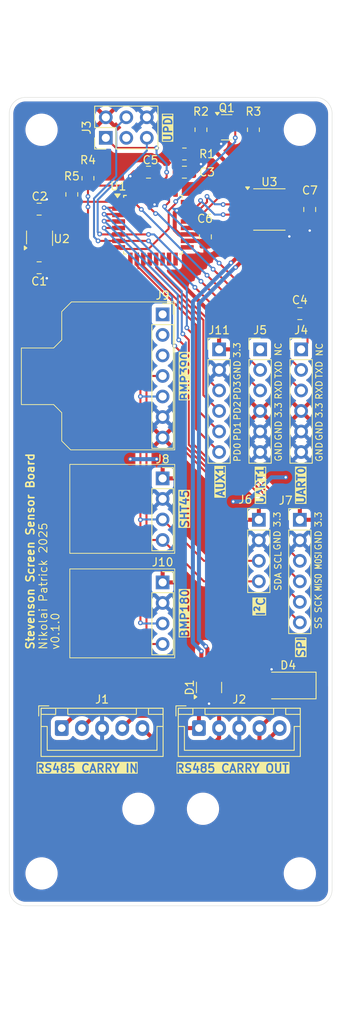
<source format=kicad_pcb>
(kicad_pcb
	(version 20241229)
	(generator "pcbnew")
	(generator_version "9.0")
	(general
		(thickness 1.6)
		(legacy_teardrops no)
	)
	(paper "A4")
	(title_block
		(title "Stevenson Screen Sensor Board")
		(date "2025-04-26")
		(rev "v0.1.0")
		(company "Artichoke Technologies")
	)
	(layers
		(0 "F.Cu" signal)
		(2 "B.Cu" signal)
		(9 "F.Adhes" user "F.Adhesive")
		(11 "B.Adhes" user "B.Adhesive")
		(13 "F.Paste" user)
		(15 "B.Paste" user)
		(5 "F.SilkS" user "F.Silkscreen")
		(7 "B.SilkS" user "B.Silkscreen")
		(1 "F.Mask" user)
		(3 "B.Mask" user)
		(17 "Dwgs.User" user "User.Drawings")
		(19 "Cmts.User" user "User.Comments")
		(21 "Eco1.User" user "User.Eco1")
		(23 "Eco2.User" user "User.Eco2")
		(25 "Edge.Cuts" user)
		(27 "Margin" user)
		(31 "F.CrtYd" user "F.Courtyard")
		(29 "B.CrtYd" user "B.Courtyard")
		(35 "F.Fab" user)
		(33 "B.Fab" user)
		(39 "User.1" user)
		(41 "User.2" user)
		(43 "User.3" user)
		(45 "User.4" user)
	)
	(setup
		(pad_to_mask_clearance 0)
		(allow_soldermask_bridges_in_footprints no)
		(tenting front back)
		(grid_origin 128 43)
		(pcbplotparams
			(layerselection 0x00000000_00000000_55555555_5755f5ff)
			(plot_on_all_layers_selection 0x00000000_00000000_00000000_00000000)
			(disableapertmacros no)
			(usegerberextensions no)
			(usegerberattributes yes)
			(usegerberadvancedattributes yes)
			(creategerberjobfile yes)
			(dashed_line_dash_ratio 12.000000)
			(dashed_line_gap_ratio 3.000000)
			(svgprecision 4)
			(plotframeref no)
			(mode 1)
			(useauxorigin no)
			(hpglpennumber 1)
			(hpglpenspeed 20)
			(hpglpendiameter 15.000000)
			(pdf_front_fp_property_popups yes)
			(pdf_back_fp_property_popups yes)
			(pdf_metadata yes)
			(pdf_single_document no)
			(dxfpolygonmode yes)
			(dxfimperialunits yes)
			(dxfusepcbnewfont yes)
			(psnegative no)
			(psa4output no)
			(plot_black_and_white yes)
			(sketchpadsonfab no)
			(plotpadnumbers no)
			(hidednponfab no)
			(sketchdnponfab yes)
			(crossoutdnponfab yes)
			(subtractmaskfromsilk no)
			(outputformat 1)
			(mirror no)
			(drillshape 1)
			(scaleselection 1)
			(outputdirectory "")
		)
	)
	(net 0 "")
	(net 1 "GND")
	(net 2 "VCC")
	(net 3 "+3.3V")
	(net 4 "/4808_RESET")
	(net 5 "Net-(J4-Pin_1)")
	(net 6 "/RS485_A")
	(net 7 "/RS485_B")
	(net 8 "/WAKEUP_IO")
	(net 9 "/WAKEUP_EXT")
	(net 10 "/UPDI")
	(net 11 "unconnected-(J3-Pin_3-Pad3)")
	(net 12 "Net-(Q1-G)")
	(net 13 "unconnected-(J5-Pin_1-Pad1)")
	(net 14 "/4808_I2C_SCL")
	(net 15 "/4808_I2C_SDA")
	(net 16 "/4808_SPI_MISO")
	(net 17 "/4808_SPI_SS")
	(net 18 "/4808_SPI_MOSI")
	(net 19 "/4808_SPI_SCK")
	(net 20 "/BMP390_INT")
	(net 21 "/4808_PD1")
	(net 22 "/4808_PD2")
	(net 23 "/4808_PD3")
	(net 24 "/4808_PD6")
	(net 25 "/4808_PD7")
	(net 26 "/4808_PD0")
	(net 27 "/4808_PD4")
	(net 28 "/4808_PD5")
	(net 29 "/4808_UART1_TXD")
	(net 30 "/4808_UART1_RXD")
	(net 31 "/RS485_DE")
	(net 32 "/4808_UART0_TXD")
	(net 33 "unconnected-(U1-PF5-Pad25)")
	(net 34 "unconnected-(U1-PC3-Pad9)")
	(net 35 "/4808_UART2_RXD")
	(net 36 "/RS485_RE")
	(net 37 "/4808_UART0_RXD")
	(net 38 "/4808_UART2_TXD")
	(net 39 "unconnected-(U1-PF4-Pad24)")
	(net 40 "unconnected-(U2-NC-Pad4)")
	(net 41 "unconnected-(J9-Pin_3-Pad3)")
	(net 42 "unconnected-(J9-Pin_2-Pad2)")
	(footprint "Connector_PinHeader_2.54mm:PinHeader_1x04_P2.54mm_Vertical" (layer "F.Cu") (at 158.92 95.25))
	(footprint "Diode_SMD:D_SMA" (layer "F.Cu") (at 162.5 115.75 180))
	(footprint "Package_TO_SOT_SMD:SOT-23" (layer "F.Cu") (at 154.9375 46.7))
	(footprint "Connector_PinHeader_2.54mm:PinHeader_1x06_P2.54mm_Vertical" (layer "F.Cu") (at 164.16 74.17))
	(footprint "Capacitor_SMD:C_0805_2012Metric" (layer "F.Cu") (at 149.7 52.25))
	(footprint "Connector_JST:JST_XH_B5B-XH-A_1x05_P2.50mm_Vertical" (layer "F.Cu") (at 151.5 121.02))
	(footprint "Resistor_SMD:R_0805_2012Metric" (layer "F.Cu") (at 149.7 50 180))
	(footprint "Connector_PinHeader_2.54mm:PinHeader_2x03_P2.54mm_Vertical" (layer "F.Cu") (at 139.96 48 90))
	(footprint "Capacitor_SMD:C_0805_2012Metric" (layer "F.Cu") (at 131.7 56.825 180))
	(footprint "MountingHole:MountingHole_3.5mm" (layer "F.Cu") (at 164 47))
	(footprint "Connector_PinSocket_2.54mm:PinSocket_1x04_P2.54mm_Vertical" (layer "F.Cu") (at 147 90.13))
	(footprint "MountingHole:MountingHole_3.5mm" (layer "F.Cu") (at 152 131))
	(footprint "Capacitor_SMD:C_0805_2012Metric" (layer "F.Cu") (at 165.225 56.865 -90))
	(footprint "Connector_PinHeader_2.54mm:PinHeader_1x06_P2.54mm_Vertical" (layer "F.Cu") (at 159.08 74.17))
	(footprint "Connector_PinSocket_2.54mm:PinSocket_1x07_P2.54mm_Vertical" (layer "F.Cu") (at 147 69.84))
	(footprint "Resistor_SMD:R_0805_2012Metric" (layer "F.Cu") (at 137.75 53 -90))
	(footprint "MountingHole:MountingHole_3.5mm" (layer "F.Cu") (at 164 139))
	(footprint "Connector_PinHeader_2.54mm:PinHeader_1x06_P2.54mm_Vertical" (layer "F.Cu") (at 154 74.17))
	(footprint "Connector_PinSocket_2.54mm:PinSocket_1x04_P2.54mm_Vertical" (layer "F.Cu") (at 147 103))
	(footprint "Capacitor_SMD:C_0805_2012Metric" (layer "F.Cu") (at 145.25 52.25 180))
	(footprint "Capacitor_SMD:C_0805_2012Metric" (layer "F.Cu") (at 152.3 60.25 90))
	(footprint "Package_TO_SOT_SMD:SOT-23-5_HandSoldering" (layer "F.Cu") (at 131.75 60.425 90))
	(footprint "MountingHole:MountingHole_3.5mm" (layer "F.Cu") (at 132 139))
	(footprint "Capacitor_SMD:C_0805_2012Metric" (layer "F.Cu") (at 131.7 64.075 180))
	(footprint "Connector_JST:JST_XH_B5B-XH-A_1x05_P2.50mm_Vertical" (layer "F.Cu") (at 134.5 121.02))
	(footprint "Package_TO_SOT_SMD:SOT-23" (layer "F.Cu") (at 152.75 116 90))
	(footprint "Package_QFP:TQFP-32_7x7mm_P0.8mm" (layer "F.Cu") (at 145.8 58.75))
	(footprint "Resistor_SMD:R_0805_2012Metric" (layer "F.Cu") (at 158.25 47 90))
	(footprint "MountingHole:MountingHole_3.5mm" (layer "F.Cu") (at 144 131))
	(footprint "Capacitor_SMD:C_0805_2012Metric" (layer "F.Cu") (at 164 69.75))
	(footprint "Resistor_SMD:R_0805_2012Metric" (layer "F.Cu") (at 151.75 47 90))
	(footprint "MountingHole:MountingHole_3.5mm" (layer "F.Cu") (at 132 47))
	(footprint "Resistor_SMD:R_0805_2012Metric" (layer "F.Cu") (at 135.75 55 -90))
	(footprint "Package_SO:SOIC-8_3.9x4.9mm_P1.27mm" (layer "F.Cu") (at 160.225 56.865))
	(footprint "Connector_PinHeader_2.54mm:PinHeader_1x06_P2.54mm_Vertical" (layer "F.Cu") (at 164 95.25))
	(gr_line
		(start 148.5 86.6)
		(end 148.5 68.3)
		(stroke
			(width 0.1)
			(type default)
		)
		(layer "F.SilkS")
		(uuid "19236de4-9483-4fef-9452-750c0f185aa1")
	)
	(gr_line
		(start 134.5 82)
		(end 133.5 81)
		(stroke
			(width 0.1)
			(type default)
		)
		(layer "F.SilkS")
		(uuid "3b5f1e18-10ff-4c2d-abcb-86ea89e308c7")
	)
	(gr_line
		(start 133.5 74)
		(end 134.5 73)
		(stroke
			(width 0.1)
			(type default)
		)
		(layer "F.SilkS")
		(uuid "45892b89-2f6f-4907-8d71-9eaa296f2416")
	)
	(gr_line
		(start 134.5 69.5)
		(end 135.7 68.3)
		(stroke
			(width 0.1)
			(type default)
		)
		(layer "F.SilkS")
		(uuid "4a1d40f9-d0b6-4679-8ff0-68e6e0dcc77b")
	)
	(gr_line
		(start 148.5 99.4)
		(end 148.5 88.4)
		(stroke
			(width 0.1)
			(type default)
		)
		(layer "F.SilkS")
		(uuid "4eadabf2-d8e8-4db0-8aca-8c610c11c740")
	)
	(gr_line
		(start 148.5 112.33)
		(end 135.5 112.33)
		(stroke
			(width 0.1)
			(type default)
		)
		(layer "F.SilkS")
		(uuid "60b5d3f0-cfff-498b-a472-7e4aa6cefeec")
	)
	(gr_line
		(start 129.5 74)
		(end 133.5 74)
		(stroke
			(width 0.1)
			(type default)
		)
		(layer "F.SilkS")
		(uuid "65a535c6-14b6-4b47-a576-f011dfd903b2")
	)
	(gr_line
		(start 133.5 81)
		(end 129.5 81)
		(stroke
			(width 0.1)
			(type default)
		)
		(layer "F.SilkS")
		(uuid "6949e7ba-df47-46e9-b23f-8b408e660a0b")
	)
	(gr_line
		(start 148.5 112.33)
		(end 148.5 101.33)
		(stroke
			(width 0.1)
			(type default)
		)
		(layer "F.SilkS")
		(uuid "a70b76c6-d505-4dd0-9229-1bc32723bbeb")
	)
	(gr_line
		(start 148.5 99.4)
		(end 135.5 99.4)
		(stroke
			(width 0.1)
			(type default)
		)
		(layer "F.SilkS")
		(uuid "bd63e6f5-a9cc-4595-9679-1d58bfaa45a5")
	)
	(gr_line
		(start 129.5 81)
		(end 129.5 74)
		(stroke
			(width 0.1)
			(type default)
		)
		(layer "F.SilkS")
		(uuid "c7f4fd39-df4f-4749-8c0a-9f74e6f85dd5")
	)
	(gr_line
		(start 135.5 112.33)
		(end 135.5 101.33)
		(stroke
			(width 0.1)
			(type default)
		)
		(layer "F.SilkS")
		(uuid "c834616d-368d-4acf-9666-d4910d76c9d9")
	)
	(gr_line
		(start 135.6 86.6)
		(end 134.5 85.5)
		(stroke
			(width 0.1)
			(type default)
		)
		(layer "F.SilkS")
		(uuid "ca118484-95e9-479a-bf61-e1724d82b484")
	)
	(gr_line
		(start 148.5 88.4)
		(end 135.5 88.4)
		(stroke
			(width 0.1)
			(type default)
		)
		(layer "F.SilkS")
		(uuid "ca12725a-3cf9-4d5e-9cc5-0c7051f1ecef")
	)
	(gr_line
		(start 135.5 99.4)
		(end 135.5 88.4)
		(stroke
			(width 0.1)
			(type default)
		)
		(layer "F.SilkS")
		(uuid "d5670ed5-2607-4f31-89a4-49a1e109b28c")
	)
	(gr_line
		(start 148.5 101.33)
		(end 135.5 101.33)
		(stroke
			(width 0.1)
			(type default)
		)
		(layer "F.SilkS")
		(uuid "d9e35d32-db58-41b5-9229-967e279e15a4")
	)
	(gr_line
		(start 135.6 86.6)
		(end 148.5 86.6)
		(stroke
			(width 0.1)
			(type default)
		)
		(layer "F.SilkS")
		(uuid "dde01d5d-15ec-4986-82f1-789fbf49f352")
	)
	(gr_line
		(start 134.5 82)
		(end 134.5 85.5)
		(stroke
			(width 0.1)
			(type default)
		)
		(layer "F.SilkS")
		(uuid "e3fbd1e5-9171-4622-9023-410a6670f2dc")
	)
	(gr_line
		(start 148.5 68.3)
		(end 135.7 68.3)
		(stroke
			(width 0.1)
			(type default)
		)
		(layer "F.SilkS")
		(uuid "f0d6b755-13e4-4ea9-afa0-3c83fba3aeb1")
	)
	(gr_line
		(start 134.5 73)
		(end 134.5 69.5)
		(stroke
			(width 0.1)
			(type default)
		)
		(layer "F.SilkS")
		(uuid "faabaae2-0a5a-4829-8c31-1887be9ab4e3")
	)
	(gr_line
		(start 148 132.75)
		(end 148 31)
		(stroke
			(width 0.1)
			(type default)
		)
		(layer "Dwgs.User")
		(uuid "9116bbf7-2e73-41d3-9116-aee35bfeec12")
	)
	(gr_line
		(start 128 148)
		(end 148 148)
		(stroke
			(width 0.1)
			(type default)
		)
		(layer "Dwgs.User")
		(uuid "ac937e93-0bea-4490-84ff-c6ec9fb39350")
	)
	(gr_line
		(start 168 143)
		(end 147.75 143)
		(stroke
			(width 0.1)
			(type default)
		)
		(layer "Dwgs.User")
		(uuid "f32ddbd3-e5d6-4f68-904b-47f7ce327182")
	)
	(gr_arc
		(start 168 141)
		(mid 167.414214 142.414214)
		(end 166 143)
		(stroke
			(width 0.05)
			(type default)
		)
		(layer "Edge.Cuts")
		(uuid "422129f9-4cd6-4e8c-8e7b-63a60b7bb563")
	)
	(gr_arc
		(start 130 143)
		(mid 128.585786 142.414214)
		(end 128 141)
		(stroke
			(width 0.05)
			(type default)
		)
		(layer "Edge.Cuts")
		(uuid "4bf6a6fd-1416-4b01-9962-0c9716b74757")
	)
	(gr_arc
		(start 166 43)
		(mid 167.414214 43.585786)
		(end 168 45)
		(stroke
			(width 0.05)
			(type default)
		)
		(layer "Edge.Cuts")
		(uuid "590a01b4-2f5b-4b0e-9dd4-62244f66b7be")
	)
	(gr_line
		(start 168 45)
		(end 168 141)
		(stroke
			(width 0.05)
			(type default)
		)
		(layer "Edge.Cuts")
		(uuid "5bb10911-f7ed-42cf-9bf6-8c92b5c18939")
	)
	(gr_line
		(start 166 143)
		(end 130 143)
		(stroke
			(width 0.05)
			(type default)
		)
		(layer "Edge.Cuts")
		(uuid "aee8c6a7-3536-4103-b55b-df55e3547a49")
	)
	(gr_arc
		(start 128 45)
		(mid 128.585786 43.585786)
		(end 130 43)
		(stroke
			(width 0.05)
			(type default)
		)
		(layer "Edge.Cuts")
		(uuid "b7793f87-add5-4308-b15d-12f4c964c051")
	)
	(gr_line
		(start 128 141)
		(end 128 45)
		(stroke
			(width 0.05)
			(type default)
		)
		(layer "Edge.Cuts")
		(uuid "ec473193-0a61-4905-9254-a653c9e7c4d8")
	)
	(gr_line
		(start 130 43)
		(end 166 43)
		(stroke
			(width 0.05)
			(type default)
		)
		(layer "Edge.Cuts")
		(uuid "f9cd7cdd-b627-4a20-89dd-e43f41e92858")
	)
	(gr_text "GND"
		(at 156.25 76.75 90)
		(layer "F.SilkS")
		(uuid "06259299-8376-414d-ab05-4622382f40b5")
		(effects
			(font
				(size 0.8 0.8)
				(thickness 0.125)
			)
		)
	)
	(gr_text "GND"
		(at 161.2 97.8 90)
		(layer "F.SilkS")
		(uuid "0631bad4-12df-4dcd-a986-fd31dcc08a03")
		(effects
			(font
				(size 0.8 0.8)
				(thickness 0.125)
			)
		)
	)
	(gr_text "GND"
		(at 166.4 84.25 90)
		(layer "F.SilkS")
		(uuid "0662f1b0-2aab-4bc5-9cb4-6d6ec6f5d470")
		(effects
			(font
				(size 0.8 0.8)
				(thickness 0.125)
			)
		)
	)
	(gr_text "RXD"
		(at 161.35 79.17 90)
		(layer "F.SilkS")
		(uuid "071bddb6-8428-4714-9815-bb99a3b1d81d")
		(effects
			(font
				(size 0.8 0.8)
				(thickness 0.125)
			)
		)
	)
	(gr_text "3.3"
		(at 161.35 81.67 90)
		(layer "F.SilkS")
		(uuid "09c08a8f-a776-4e87-9c97-a3f3880b38c3")
		(effects
			(font
				(size 0.8 0.8)
				(thickness 0.125)
			)
		)
	)
	(gr_text "GND"
		(at 166.4 86.85 90)
		(layer "F.SilkS")
		(uuid "0bc59e92-239f-4166-b022-f396932befeb")
		(effects
			(font
				(size 0.8 0.8)
				(thickness 0.125)
			)
		)
	)
	(gr_text "Stevenson Screen Sensor Board"
		(at 130.6 111.4 90)
		(layer "F.SilkS")
		(uuid "0c7aa057-fde8-41fe-be77-f6e6570ac09c")
		(effects
			(font
				(size 1 1)
				(thickness 0.2)
				(bold yes)
			)
			(justify left)
		)
	)
	(gr_text "PD1"
		(at 156.25 84.3 90)
		(layer "F.SilkS")
		(uuid "1716847c-dc41-45d7-bc39-6e8a9bffa4bc")
		(effects
			(font
				(size 0.8 0.8)
				(thickness 0.125)
			)
		)
	)
	(gr_text "BMP180"
		(at 149.75 106.83 90)
		(layer "F.SilkS" knockout)
		(uuid "1c24b6ba-c7cc-4549-a84d-2ca4e5a3d66d")
		(effects
			(font
				(size 1 1)
				(thickness 0.2)
				(bold yes)
			)
		)
	)
	(gr_text "3.3"
		(at 166.4 81.7 90)
		(layer "F.SilkS")
		(uuid "1ec0a867-3eb4-42d3-837e-323dc43e87d9")
		(effects
			(font
				(size 0.8 0.8)
				(thickness 0.125)
			)
		)
	)
	(gr_text "3.3"
		(at 156.7 74.25 90)
		(layer "F.SilkS")
		(uuid "2911fd6e-414f-4e14-96f5-9ee2333ac309")
		(effects
			(font
				(size 0.8 0.8)
				(thickness 0.125)
			)
			(justify bottom)
		)
	)
	(gr_text "3.3"
		(at 161.2 95.2 90)
		(layer "F.SilkS")
		(uuid "35b5661a-e0b8-4863-b1ec-98629582f095")
		(effects
			(font
				(size 0.8 0.8)
				(thickness 0.125)
			)
		)
	)
	(gr_text "NC"
		(at 161.8 74.17 90)
		(layer "F.SilkS")
		(uuid "3633fe49-db21-47d3-818e-685955697730")
		(effects
			(font
				(size 0.8 0.8)
				(thickness 0.125)
			)
			(justify bottom)
		)
	)
	(gr_text "MISO"
		(at 166.3 103 90)
		(layer "F.SilkS")
		(uuid "526b011b-da49-4b46-a89b-6e6474142f36")
		(effects
			(font
				(size 0.8 0.6)
				(thickness 0.125)
			)
		)
	)
	(gr_text "RS485 CARRY IN"
		(at 137.65 126 0)
		(layer "F.SilkS" knockout)
		(uuid "68bc2e81-b6df-4b26-a320-b300e4f2cbad")
		(effects
			(font
				(size 1 1)
				(thickness 0.2)
				(bold yes)
			)
		)
	)
	(gr_text "MOSI"
		(at 166.3 100.3 90)
		(layer "F.SilkS")
		(uuid "756c3dcb-ec1c-440c-a442-8a35c5472a75")
		(effects
			(font
				(size 0.8 0.6)
				(thickness 0.125)
			)
		)
	)
	(gr_text "SCL"
		(at 161.3 100.3 90)
		(layer "F.SilkS")
		(uuid "7a0e4011-68c2-4259-9326-96b434396893")
		(effects
			(font
				(size 0.8 0.8)
				(thickness 0.125)
			)
		)
	)
	(gr_text "SHT45"
		(at 149.75 93.9 90)
		(layer "F.SilkS" knockout)
		(uuid "8137ee67-3b6c-45cf-be0a-af94d0018b03")
		(effects
			(font
				(size 1 1)
				(thickness 0.2)
				(bold yes)
			)
		)
	)
	(gr_text "v0.1.0"
		(at 133.7 111.4 90)
		(layer "F.SilkS")
		(uuid "81868112-6be6-4d01-8dd7-d02f931b1cbd")
		(effects
			(font
				(size 1 1)
				(thickness 0.125)
			)
			(justify left)
		)
	)
	(gr_text "PD2"
		(at 156.25 81.75 90)
		(layer "F.SilkS")
		(uuid "843defc2-248e-4614-92fe-cb888128fe21")
		(effects
			(font
				(size 0.8 0.8)
				(thickness 0.125)
			)
		)
	)
	(gr_text "GND"
		(at 161.35 86.82 90)
		(layer "F.SilkS")
		(uuid "869631e2-4bcf-48e8-a097-00ef38bf1c5f")
		(effects
			(font
				(size 0.8 0.8)
				(thickness 0.125)
			)
		)
	)
	(gr_text "RXD"
		(at 166.4 79.2 90)
		(layer "F.SilkS")
		(uuid "87cbb920-a290-44ce-bd07-0fcb265882cd")
		(effects
			(font
				(size 0.8 0.8)
				(thickness 0.125)
			)
		)
	)
	(gr_text "Nikolai Patrick 2025"
		(at 132.2 111.4 90)
		(layer "F.SilkS")
		(uuid "b4689062-60e1-473a-af42-fe45d83ff9df")
		(effects
			(font
				(size 1 1)
				(thickness 0.125)
			)
			(justify left)
		)
	)
	(gr_text "SCK"
		(at 166.3 105.6 90)
		(layer "F.SilkS")
		(uuid "b6dc5bd7-7549-4416-88da-7e804dc9c6d9")
		(effects
			(font
				(size 0.8 0.8)
				(thickness 0.125)
			)
		)
	)
	(gr_text "SPI"
		(at 164.75 111 90)
		(layer "F.SilkS" knockout)
		(uuid "b94cbf19-f458-47ef-abdd-264e9e164454")
		(effects
			(font
				(size 1 1)
				(thickness 0.2)
				(bold yes)
			)
			(justify bottom)
		)
	)
	(gr_text "UPDI"
		(at 148.25 46.75 90)
		(layer "F.SilkS" knockout)
		(uuid "ba5bb5c4-2292-41ae-b052-3e66d838aaad")
		(effects
			(font
				(size 1 1)
				(thickness 0.2)
				(bold yes)
			)
			(justify bottom)
		)
	)
	(gr_text "AUX1"
		(at 154.75 90.5 90)
		(layer "F.SilkS" knockout)
		(uuid "ba6fe7c2-07dd-4c48-9448-f83565fd66fe")
		(effects
			(font
				(size 1 1)
				(thickness 0.2)
				(bold yes)
			)
			(justify bottom)
		)
	)
	(gr_text "GND"
		(at 166.3 97.8 90)
		(layer "F.SilkS")
		(uuid "be2b1fee-19d2-41a0-8695-c05c24495b4e")
		(effects
			(font
				(size 0.8 0.8)
				(thickness 0.125)
			)
		)
	)
	(gr_text "TXD"
		(at 161.35 76.67 90)
		(layer "F.SilkS")
		(uuid "c3b30129-c5fe-4958-a3ab-e811dd954e4d")
		(effects
			(font
				(size 0.8 0.8)
				(thickness 0.125)
			)
		)
	)
	(gr_text "3.3"
		(at 166.3 95.2 90)
		(layer "F.SilkS")
		(uuid "c8ad7e8f-5085-43da-b3a4-9899e6c4fb14")
		(effects
			(font
				(size 0.8 0.8)
				(thickness 0.125)
			)
		)
	)
	(gr_text "RS485 CARRY OUT"
		(at 155.65 126 0)
		(layer "F.SilkS" knockout)
		(uuid "d84df951-6836-4a98-aaec-c777cffd1521")
		(effects
			(font
				(size 1 1)
				(thickness 0.2)
				(bold yes)
			)
		)
	)
	(gr_text "BMP390"
		(at 149.75 77.5 90)
		(layer "F.SilkS" knockout)
		(uuid "dfbd1be3-0246-4f5f-a49d-78e1bacc199c")
		(effects
			(font
				(size 1 1)
				(thickness 0.2)
				(bold yes)
			)
		)
	)
	(gr_text "SDA"
		(at 161.3 102.9 90)
		(layer "F.SilkS")
		(uuid "e0796ef4-b95e-4d16-ac3c-37780737b7f7")
		(effects
			(font
				(size 0.8 0.8)
				(thickness 0.125)
			)
		)
	)
	(gr_text "UART0\n"
		(at 164.75 91 90)
		(layer "F.SilkS" knockout)
		(uuid "e8132df4-9b11-41c6-ac06-d5d32ce02a93")
		(effects
			(font
				(size 1 1)
				(thickness 0.2)
				(bold yes)
			)
			(justify bottom)
		)
	)
	(gr_text "I²C"
		(at 159.75 106 90)
		(layer "F.SilkS" knockout)
		(uuid "e838814e-e83c-457f-925e-c0a1b8f46332")
		(effects
			(font
				(size 1 1)
				(thickness 0.2)
				(bold yes)
			)
			(justify bottom)
		)
	)
	(gr_text "PD0"
		(at 156.25 86.9 90)
		(layer "F.SilkS")
		(uuid "e8c6ce80-f6c2-45c0-87d4-cc8ed59eb63b")
		(effects
			(font
				(size 0.8 0.8)
				(thickness 0.125)
			)
		)
	)
	(gr_text "PD3"
		(at 156.25 79.25 90)
		(layer "F.SilkS")
		(uuid "eb3287cd-39cb-409a-9299-4af8be22ab52")
		(effects
			(font
				(size 0.8 0.8)
				(thickness 0.125)
			)
		)
	)
	(gr_text "NC"
		(at 166.9 74.2 90)
		(layer "F.SilkS")
		(uuid "ec6292fa-0b56-4236-8769-7a68af763c77")
		(effects
			(font
				(size 0.8 0.8)
				(thickness 0.125)
			)
			(justify bottom)
		)
	)
	(gr_text "TXD"
		(at 166.4 76.7 90)
		(layer "F.SilkS")
		(uuid "eda70c1e-91d4-4ab0-914b-5bb4b21842a4")
		(effects
			(font
				(size 0.8 0.8)
				(thickness 0.125)
			)
		)
	)
	(gr_text "UART1"
		(at 159.75 91 90)
		(layer "F.SilkS" knockout)
		(uuid "f7fd98ff-fe25-4107-9dd0-81b3161c19c7")
		(effects
			(font
				(size 1 1)
				(thickness 0.2)
				(bold yes)
			)
			(justify bottom)
		)
	)
	(gr_text "GND"
		(at 161.35 84.22 90)
		(layer "F.SilkS")
		(uuid "fd3c6bf9-2624-4f95-8c0f-958385c91ede")
		(effects
			(font
				(size 0.8 0.8)
				(thickness 0.125)
			)
		)
	)
	(gr_text "SS"
		(at 166.3 108 90)
		(layer "F.SilkS")
		(uuid "fdd5317c-2fb5-4cf8-94ee-30e5dd21c49e")
		(effects
			(font
				(size 0.8 0.8)
				(thickness 0.125)
			)
		)
	)
	(dimension
		(type orthogonal)
		(layer "Dwgs.User")
		(uuid "abee7079-d274-4d5e-953c-970d60a4b69a")
		(pts
			(xy 128 143) (xy 168 143)
		)
		(height 14)
		(orientation 0)
		(format
			(prefix "")
			(suffix "")
			(units 3)
			(units_format 0)
			(precision 4)
			(suppress_zeroes yes)
		)
		(style
			(thickness 0.1)
			(arrow_length 1.27)
			(text_position_mode 0)
			(arrow_direction outward)
			(extension_height 0.58642)
			(extension_offset 0.5)
			(keep_text_aligned yes)
		)
		(gr_text "40"
			(at 148 155.85 0)
			(layer "Dwgs.User")
			(uuid "abee7079-d274-4d5e-953c-970d60a4b69a")
			(effects
				(font
					(size 1 1)
					(thickness 0.15)
				)
			)
		)
	)
	(segment
		(start 148.5 57.25)
		(end 148.75 57)
		(width 0.5)
		(layer "F.Cu")
		(net 1)
		(uuid "000b5dd3-90fe-4ade-b981-1dbfae878c82")
	)
	(segment
		(start 162.7 58.77)
		(end 164.27 58.77)
		(width 0.5)
		(layer "F.Cu")
		(net 1)
		(uuid "0024f1b1-b0a0-4a8d-abb6-36ad9452d3fa")
	)
	(segment
		(start 152.75 115.0625)
		(end 152.75 118)
		(width 0.5)
		(layer "F.Cu")
		(net 1)
		(uuid "0d76be5a-7b43-4a27-b275-145038af7da6")
	)
	(segment
		(start 162.7 60.2)
		(end 162.7 58.77)
		(width 0.5)
		(layer "F.Cu")
		(net 1)
		(uuid "12dba2cd-bc8a-4192-bb34-e864a43b2a6d")
	)
	(segment
		(start 131.75 63.175)
		(end 132.65 64.075)
		(width 0.5)
		(layer "F.Cu")
		(net 1)
		(uuid "1d975aba-e62a-4c9b-9733-d02e168d33a1")
	)
	(segment
		(start 132.65 65.375)
		(end 132.65 64.075)
		(width 0.5)
		(layer "F.Cu")
		(net 1)
		(uuid "27c3a4fe-eb74-4532-b10e-69aa77835e16")
	)
	(segment
		(start 131.75 57.725)
		(end 132.65 56.825)
		(width 0.5)
		(layer "F.Cu")
		(net 1)
		(uuid "30aee483-694a-4bdd-9a8f-fa6749823c68")
	)
	(segment
		(start 151.75 51.25)
		(end 151.75 51.75)
		(width 0.25)
		(layer "F.Cu")
		(net 1)
		(uuid "3bbf010a-676f-44a7-b1cb-4075bff7a003")
	)
	(segment
		(start 151.65 59.95)
		(end 152.3 59.3)
		(width 0.5)
		(layer "F.Cu")
		(net 1)
		(uuid "3d14f22b-6e5e-4586-9d3d-35df38376e32")
	)
	(segment
		(start 144.3 52.25)
		(end 145.4 53.35)
		(width 0.5)
		(layer "F.Cu")
		(net 1)
		(uuid "3d468b37-44d5-4b86-9202-d709f0a91051")
	)
	(segment
		(start 165.225 59.475)
		(end 165.225 57.815)
		(width 0.5)
		(layer "F.Cu")
		(net 1)
		(uuid "4d25fb7b-0280-4eb8-a76f-dc460cfb3bc7")
	)
	(segment
		(start 150.05 59.95)
		(end 149.05 59.95)
		(width 0.5)
		(layer "F.Cu")
		(net 1)
		(uuid "541124d7-62f7-426e-987e-15901100c221")
	)
	(segment
		(start 148.5 59.4)
		(end 148.5 57.25)
		(width 0.5)
		(layer "F.Cu")
		(net 1)
		(uuid "551c7ef1-7842-4666-b15d-d2f8e99fe506")
	)
	(segment
		(start 145.4 54.5)
		(end 145.4 55.65)
		(width 0.5)
		(layer "F.Cu")
		(net 1)
		(uuid "5a5712c3-7f25-47bb-a323-c10b503260f2")
	)
	(segment
		(start 160.5 115.75)
		(end 160.5 113.75)
		(width 0.5)
		(layer "F.Cu")
		(net 1)
		(uuid "5dd4f4cf-058f-42d7-9005-844a7b83f2d8")
	)
	(segment
		(start 132.65 55.6)
		(end 132.65 56.825)
		(width 0.5)
		(layer "F.Cu")
		(net 1)
		(uuid "6517c155-5764-4a63-9ea1-13dc96f36f24")
	)
	(segment
		(start 131.75 61.775)
		(end 131.75 57.725)
		(width 0.5)
		(layer "F.Cu")
		(net 1)
		(uuid "651a0e0b-ae2c-416a-b868-71f66189865e")
	)
	(segment
		(start 151.25 52.25)
		(end 150.65 52.25)
		(width 0.25)
		(layer "F.Cu")
		(net 1)
		(uuid "6aba14f1-4be2-4c89-9661-0da31a2e4257")
	)
	(segment
		(start 143.5 52.25)
		(end 143 52.75)
		(width 0.5)
		(layer "F.Cu")
		(net 1)
		(uuid "825b2981-b6d3-437b-9395-ab3b3e66fa9d")
	)
	(segment
		(start 151.75 51.75)
		(end 151.25 52.25)
		(width 0.25)
		(layer "F.Cu")
		(net 1)
		(uuid "890d5ea6-e208-4ce2-9b33-335d1d72e0cf")
	)
	(segment
		(start 154 48.5)
		(end 154.25 48.75)
		(width 0.25)
		(layer "F.Cu")
		(net 1)
		(uuid "912c3599-4cd7-4969-bc5f-2624af49b11e")
	)
	(segment
		(start 149.05 59.95)
		(end 148.5 59.4)
		(width 0.5)
		(layer "F.Cu")
		(net 1)
		(uuid "c6a77673-5041-4c92-8f83-88505d4d3630")
	)
	(segment
		(start 145.4 55.65)
		(end 146 56.25)
		(width 0.5)
		(layer "F.Cu")
		(net 1)
		(uuid "cc5c873b-2bee-4a34-8e2d-f4bb8c9689fb")
	)
	(segment
		(start 145.4 53.35)
		(end 145.4 54.5)
		(width 0.5)
		(layer "F.Cu")
		(net 1)
		(uuid "e02449f3-df78-4a1f-989d-41a6220638cb")
	)
	(segment
		(start 164.27 58.77)
		(end 165.225 57.815)
		(width 0.5)
		(layer "F.Cu")
		(net 1)
		(uuid "e3c0056c-06f6-4b69-a551-03745d4982e6")
	)
	(segment
		(start 154 47.65)
		(end 154 48.5)
		(width 0.25)
		(layer "F.Cu")
		(net 1)
		(uuid "eb97bb7d-0863-48d0-b99d-7ab525c19297")
	)
	(segment
		(start 144.3 52.25)
		(end 143.5 52.25)
		(width 0.5)
		(layer "F.Cu")
		(net 1)
		(uuid "f61063fc-b551-42ab-86f3-874375d54a28")
	)
	(segment
		(start 150.05 59.95)
		(end 151.65 59.95)
		(width 0.5)
		(layer "F.Cu")
		(net 1)
		(uuid "fe528ebc-71e7-4090-ba85-b3d769b41c58")
	)
	(segment
		(start 131.75 61.775)
		(end 131.75 63.175)
		(width 0.5)
		(layer "F.Cu")
		(net 1)
		(uuid "ffe41a0c-965c-49af-8add-c64f75631e79")
	)
	(via
		(at 132.65 55.6)
		(size 0.6)
		(drill 0.3)
		(layers "F.Cu" "B.Cu")
		(net 1)
		(uuid "2c43c236-7e64-4aa3-89f1-7a149d5419ec")
	)
	(via
		(at 152.75 118)
		(size 0.6)
		(drill 0.3)
		(layers "F.Cu" "B.Cu")
		(net 1)
		(uuid "3cf58d09-8a66-4762-ad14-20736a0d7dc9")
	)
	(via
		(at 151.75 51.25)
		(size 0.6)
		(drill 0.3)
		(layers "F.Cu" "B.Cu")
		(net 1)
		(uuid "3e96c315-7382-48ee-9b29-7e9e93b46460")
	)
	(via
		(at 132.65 65.375)
		(size 0.6)
		(drill 0.3)
		(layers "F.Cu" "B.Cu")
		(net 1)
		(uuid "41081720-f240-41f0-9034-d0fbba8e9aa9")
	)
	(via
		(at 162.7 60.2)
		(size 0.6)
		(drill 0.3)
		(layers "F.Cu" "B.Cu")
		(net 1)
		(uuid "41643d93-b8c6-4f96-9548-ee9ed7685700")
	)
	(via
		(at 148.75 57)
		(size 0.6)
		(drill 0.3)
		(layers "F.Cu" "B.Cu")
		(net 1)
		(uuid "7249930c-faab-4c40-9afd-fc505bd2741e")
	)
	(via
		(at 165.225 59.475)
		(size 0.6)
		(drill 0.3)
		(layers "F.Cu" "B.Cu")
		(net 1)
		(uuid "7d11dae4-d83d-4eb3-a2b2-b340bbe1eb89")
	)
	(via
		(at 143 52.75)
		(size 0.6)
		(drill 0.3)
		(layers "F.Cu" "B.Cu")
		(net 1)
		(uuid "812f259a-da88-40bf-b503-85e3abc8130e")
	)
	(via
		(at 160.5 113.75)
		(size 0.6)
		(drill 0.3)
		(layers "F.Cu" "B.Cu")
		(net 1)
		(uuid "8eb138ec-b35c-4397-96df-af354101732b")
	)
	(via
		(at 154.25 48.75)
		(size 0.6)
		(drill 0.3)
		(layers "F.Cu" "B.Cu")
		(net 1)
		(uuid "b8904849-fb76-4783-b37d-eaeb1c8a157a")
	)
	(via
		(at 146 56.25)
		(size 0.6)
		(drill 0.3)
		(layers "F.Cu" "B.Cu")
		(net 1)
		(uuid "cdf08c41-a448-4fdd-b76d-f5fc2005bd45")
	)
	(segment
		(start 161.5 121.02)
		(end 158.118 124.402)
		(width 0.5)
		(layer "F.Cu")
		(net 2)
		(uuid "0b9deafb-c910-4cc9-ba7d-02ffbbbfadd7")
	)
	(segment
		(start 132.175 66.1)
		(end 130.75 64.675)
		(width 0.25)
		(layer "F.Cu")
		(net 2)
		(uuid "1ba5f31b-c636-41d1-8cf7-f4a2b4fe5bf5")
	)
	(segment
		(start 130.75 122.25)
		(end 130.75 64.075)
		(width 0.5)
		(layer "F.Cu")
		(net 2)
		(uuid "1cf1c6dd-0b4d-4454-a001-a0538ac23086")
	)
	(segment
		(start 147.882 124.402)
		(end 132.902 124.402)
		(width 0.5)
		(layer "F.Cu")
		(net 2)
		(uuid "292fe603-9f28-4f1b-8fe6-eb018950902f")
	)
	(segment
		(start 130.8 64.025)
		(end 130.75 64.075)
		(width 0.25)
		(layer "F.Cu")
		(net 2)
		(uuid "4612a7aa-7a73-4855-a89f-35be0bb21445")
	)
	(segment
		(start 132.7 61.775)
		(end 133.175 61.775)
		(width 0.25)
		(layer "F.Cu")
		(net 2)
		(uuid "4af7f772-d7b1-4fcc-b3fa-f53741b3a47e")
	)
	(segment
		(start 130.8 61.775)
		(end 130.8 64.025)
		(width 0.5)
		(layer "F.Cu")
		(net 2)
		(uuid "5018845e-5b7f-4109-a03d-5f15856bd96b")
	)
	(segment
		(start 133.6 65.6)
		(end 133.1 66.1)
		(width 0.25)
		(layer "F.Cu")
		(net 2)
		(uuid "5984ea3f-2864-4082-82ce-dc41c57087a6")
	)
	(segment
		(start 158.118 124.402)
		(end 147.882 124.402)
		(width 0.5)
		(layer "F.Cu")
		(net 2)
		(uuid "63d94214-0542-4679-a7ae-a2e59f407405")
	)
	(segment
		(start 132.902 124.402)
		(end 130.75 122.25)
		(width 0.5)
		(layer "F.Cu")
		(net 2)
		(uuid "6a921392-3ef1-4bdb-bfb9-32847f78033b")
	)
	(segment
		(start 133.6 62.2)
		(end 133.6 65.6)
		(width 0.25)
		(layer "F.Cu")
		(net 2)
		(uuid "7bc9aa74-eb64-4ea2-abe3-f5f7fb0dc1ae")
	)
	(segment
		(start 133.175 61.775)
		(end 133.6 62.2)
		(width 0.25)
		(layer "F.Cu")
		(net 2)
		(uuid "83a6ca79-7938-4b28-b203-f8bba5b92cfa")
	)
	(segment
		(start 147.882 124.402)
		(end 144.5 121.02)
		(width 0.5)
		(layer "F.Cu")
		(net 2)
		(uuid "a3a65084-fe69-49d7-b43d-faefa6c7dffb")
	)
	(segment
		(start 133.1 66.1)
		(end 132.175 66.1)
		(width 0.25)
		(layer "F.Cu")
		(net 2)
		(uuid "c9e67dd5-31dd-478d-9c69-6ce5d1a07c61")
	)
	(segment
		(start 130.75 64.675)
		(end 130.75 64.075)
		(width 0.25)
		(layer "F.Cu")
		(net 2)
		(uuid "f3c876d9-3626-4441-b41b-5090dbafa725")
	)
	(segment
		(start 130.8 56.875)
		(end 130.75 56.825)
		(width 0.25)
		(layer "F.Cu")
		(net 3)
		(uuid "255a14df-c5a1-48b9-b330-af03dfaf025b")
	)
	(segment
		(start 130.8 59.075)
		(end 130.8 56.875)
		(width 0.5)
		(layer "F.Cu")
		(net 3)
		(uuid "42d0b37d-f576-4b31-ad5d-c92e7848ea2a")
	)
	(segment
		(start 157.84955 61.2)
		(end 152.3 61.2)
		(width 0.5)
		(layer "F.Cu")
		(net 3)
		(uuid "469c6759-0645-4868-901c-2cf06db066a1")
	)
	(segment
		(start 151.85 60.75)
		(end 152.3 61.2)
		(width 0.5)
		(layer "F.Cu")
		(net 3)
		(uuid "4e350cfe-2428-4a7a-be79-cc6e60ebf137")
	)
	(segment
		(start 150.05 60.75)
		(end 151.85 60.75)
		(width 0.5)
		(layer "F.Cu")
		(net 3)
		(uuid "65ed91e4-e3e8-4667-99d2-92c2ed8b0357")
	)
	(segment
		(start 162.7 54.96)
		(end 160.79 54.96)
		(width 0.5)
		(layer "F.Cu")
		(net 3)
		(uuid "6b6ac0d1-50e0-4253-8e56-4c1b67edf228")
	)
	(segment
		(start 146.2 54.5)
		(end 146.2 52.75)
		(width 0.5)
		(layer "F.Cu")
		(net 3)
		(uuid "7f033d53-3fcb-4060-a607-1a92d53d6ba9")
	)
	(segment
		(start 154 70.7)
		(end 147.8 64.5)
		(width 0.5)
		(layer "F.Cu")
		(net 3)
		(uuid "864a076e-2ae4-4d32-90ca-a2f8c890a3af")
	)
	(segment
		(start 154 74.17)
		(end 154 70.7)
		(width 0.5)
		(layer "F.Cu")
		(net 3)
		(uuid "ac2586cf-8416-4d76-8210-a6028aa2547c")
	)
	(segment
		(start 165.225 55.915)
		(end 164.27 54.96)
		(width 0.5)
		(layer "F.Cu")
		(net 3)
		(uuid "cf865224-2e17-4141-ae67-2c05969defb7")
	)
	(segment
		(start 159.549 56.201)
		(end 159.549 59.50055)
		(width 0.5)
		(layer "F.Cu")
		(net 3)
		(uuid "dc05bb76-0508-437f-a41d-ae3471f4faef")
	)
	(segment
		(start 164.27 54.96)
		(end 162.7 54.96)
		(width 0.5)
		(layer "F.Cu")
		(net 3)
		(uuid "dff984c6-cef3-4834-8717-ed5e74a8e1b3")
	)
	(segment
		(start 159.549 59.50055)
		(end 157.84955 61.2)
		(width 0.5)
		(layer "F.Cu")
		(n
... [303693 chars truncated]
</source>
